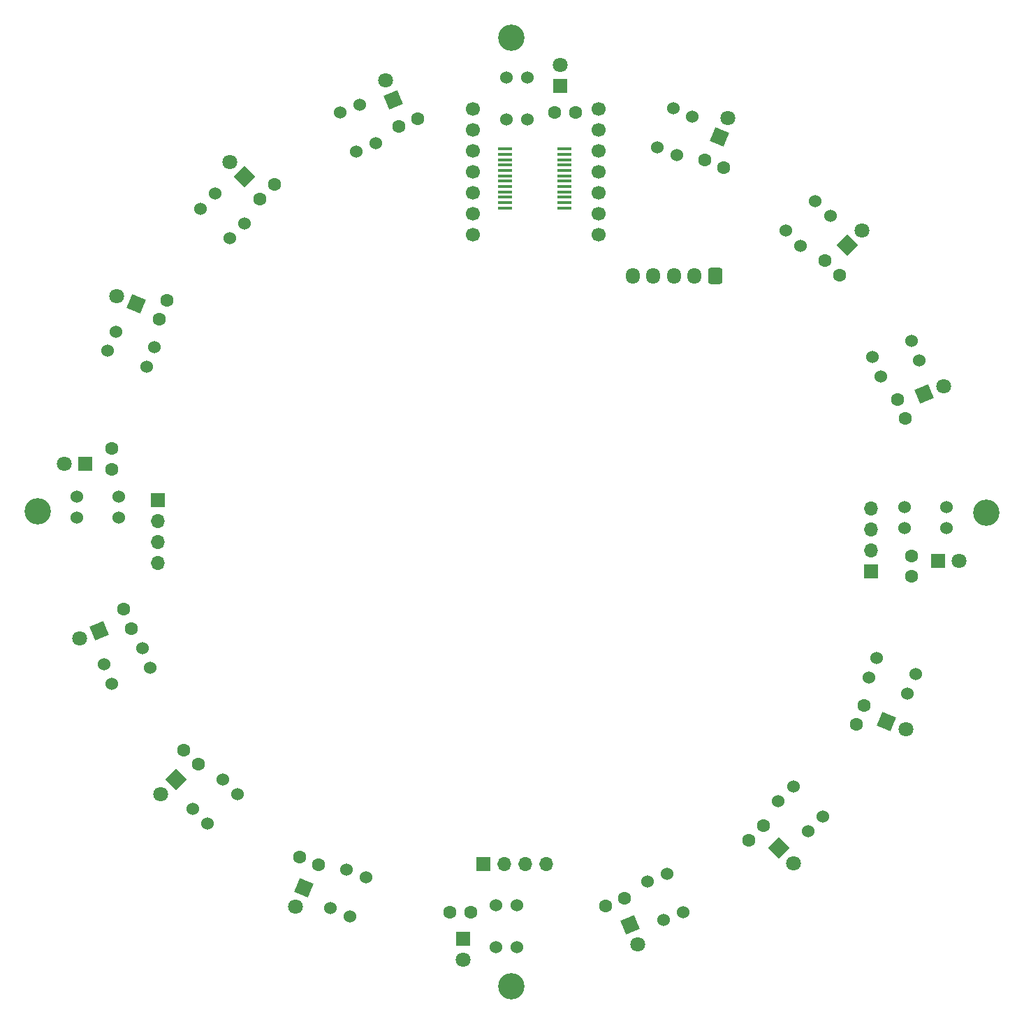
<source format=gbr>
%TF.GenerationSoftware,KiCad,Pcbnew,7.0.9*%
%TF.CreationDate,2024-07-27T15:49:37+09:00*%
%TF.ProjectId,Lne_sensor_main,4c6e655f-7365-46e7-936f-725f6d61696e,rev?*%
%TF.SameCoordinates,Original*%
%TF.FileFunction,Soldermask,Bot*%
%TF.FilePolarity,Negative*%
%FSLAX46Y46*%
G04 Gerber Fmt 4.6, Leading zero omitted, Abs format (unit mm)*
G04 Created by KiCad (PCBNEW 7.0.9) date 2024-07-27 15:49:37*
%MOMM*%
%LPD*%
G01*
G04 APERTURE LIST*
G04 Aperture macros list*
%AMRoundRect*
0 Rectangle with rounded corners*
0 $1 Rounding radius*
0 $2 $3 $4 $5 $6 $7 $8 $9 X,Y pos of 4 corners*
0 Add a 4 corners polygon primitive as box body*
4,1,4,$2,$3,$4,$5,$6,$7,$8,$9,$2,$3,0*
0 Add four circle primitives for the rounded corners*
1,1,$1+$1,$2,$3*
1,1,$1+$1,$4,$5*
1,1,$1+$1,$6,$7*
1,1,$1+$1,$8,$9*
0 Add four rect primitives between the rounded corners*
20,1,$1+$1,$2,$3,$4,$5,0*
20,1,$1+$1,$4,$5,$6,$7,0*
20,1,$1+$1,$6,$7,$8,$9,0*
20,1,$1+$1,$8,$9,$2,$3,0*%
%AMRotRect*
0 Rectangle, with rotation*
0 The origin of the aperture is its center*
0 $1 length*
0 $2 width*
0 $3 Rotation angle, in degrees counterclockwise*
0 Add horizontal line*
21,1,$1,$2,0,0,$3*%
G04 Aperture macros list end*
%ADD10C,1.524000*%
%ADD11C,1.600000*%
%ADD12RotRect,1.800000X1.800000X225.000000*%
%ADD13C,1.800000*%
%ADD14R,1.800000X1.800000*%
%ADD15C,3.200000*%
%ADD16RotRect,1.800000X1.800000X112.500000*%
%ADD17RotRect,1.800000X1.800000X202.500000*%
%ADD18RotRect,1.800000X1.800000X157.500000*%
%ADD19RotRect,1.800000X1.800000X247.500000*%
%ADD20RotRect,1.800000X1.800000X22.500000*%
%ADD21RotRect,1.800000X1.800000X45.000000*%
%ADD22RotRect,1.800000X1.800000X67.500000*%
%ADD23RotRect,1.800000X1.800000X135.000000*%
%ADD24RotRect,1.800000X1.800000X315.000000*%
%ADD25RotRect,1.800000X1.800000X337.500000*%
%ADD26RotRect,1.800000X1.800000X292.500000*%
%ADD27C,1.700000*%
%ADD28R,1.750000X0.450000*%
%ADD29R,1.700000X1.700000*%
%ADD30O,1.700000X1.700000*%
%ADD31RoundRect,0.250000X0.600000X0.725000X-0.600000X0.725000X-0.600000X-0.725000X0.600000X-0.725000X0*%
%ADD32O,1.700000X1.950000*%
G04 APERTURE END LIST*
D10*
%TO.C,U3*%
X158120390Y-65242943D03*
X156324339Y-63446892D03*
X152732236Y-67038995D03*
X154528287Y-68835046D03*
%TD*%
D11*
%TO.C,C12*%
X124747820Y-52736455D03*
X127247820Y-52736455D03*
%TD*%
D10*
%TO.C,U9*%
X117594221Y-153899069D03*
X120134221Y-153899069D03*
X120134221Y-148819069D03*
X117594221Y-148819069D03*
%TD*%
D12*
%TO.C,L7*%
X78789221Y-133538155D03*
D13*
X76993170Y-135334206D03*
%TD*%
D10*
%TO.C,U4*%
X168931945Y-82759225D03*
X167959929Y-80412571D03*
X163266621Y-82356603D03*
X164238637Y-84703257D03*
%TD*%
D11*
%TO.C,C9*%
X166259729Y-87492107D03*
X167216438Y-89801806D03*
%TD*%
D14*
%TO.C,L16*%
X171162327Y-107079562D03*
D13*
X173702327Y-107079562D03*
%TD*%
D11*
%TO.C,C14*%
X114527380Y-149626402D03*
X112027380Y-149626402D03*
%TD*%
D10*
%TO.C,U17*%
X121397820Y-48456454D03*
X118857820Y-48456454D03*
X118857820Y-53536454D03*
X121397820Y-53536454D03*
%TD*%
D11*
%TO.C,C3*%
X167937327Y-106429562D03*
X167937327Y-108929562D03*
%TD*%
D15*
%TO.C,REF\u002A\u002A*%
X62037380Y-101036402D03*
%TD*%
D11*
%TO.C,C6*%
X76751865Y-77788046D03*
X77708574Y-75478347D03*
%TD*%
D16*
%TO.C,L9*%
X105176733Y-51185797D03*
D13*
X104204717Y-48839143D03*
%TD*%
D11*
%TO.C,C13*%
X133181675Y-147941471D03*
X130871976Y-148898180D03*
%TD*%
D10*
%TO.C,U1*%
X141428625Y-53197412D03*
X139081971Y-52225396D03*
X137137939Y-56918704D03*
X139484593Y-57890720D03*
%TD*%
D11*
%TO.C,C4*%
X73410000Y-115230000D03*
X72453291Y-112920301D03*
%TD*%
D10*
%TO.C,U14*%
X71515671Y-79245157D03*
X70543655Y-81591811D03*
X75236963Y-83535843D03*
X76208979Y-81189189D03*
%TD*%
D14*
%TO.C,L1*%
X67829713Y-95275962D03*
D13*
X65289713Y-95275962D03*
%TD*%
D10*
%TO.C,U7*%
X155430839Y-139802132D03*
X157226890Y-138006081D03*
X153634787Y-134413978D03*
X151838736Y-136210029D03*
%TD*%
D11*
%TO.C,C5*%
X88956427Y-63211002D03*
X90724194Y-61443235D03*
%TD*%
D10*
%TO.C,U16*%
X101077483Y-51741837D03*
X98730829Y-52713853D03*
X100674861Y-57407161D03*
X103021515Y-56435145D03*
%TD*%
%TO.C,U11*%
X80871650Y-137112581D03*
X82667701Y-138908632D03*
X86259804Y-135316529D03*
X84463753Y-133520478D03*
%TD*%
D17*
%TO.C,L3*%
X69504055Y-115497049D03*
D13*
X67157401Y-116469065D03*
%TD*%
D15*
%TO.C,REF\u002A\u002A*%
X177037380Y-101236402D03*
%TD*%
D18*
%TO.C,L5*%
X73988762Y-75939976D03*
D13*
X71642108Y-74967960D03*
%TD*%
D10*
%TO.C,U10*%
X97563415Y-149158112D03*
X99910069Y-150130128D03*
X101854101Y-145436820D03*
X99507447Y-144464804D03*
%TD*%
D11*
%TO.C,C10*%
X157462780Y-70638169D03*
X159230547Y-72405936D03*
%TD*%
D14*
%TO.C,L15*%
X113594220Y-152844069D03*
D13*
X113594220Y-155384069D03*
%TD*%
D15*
%TO.C,REF\u002A\u002A*%
X119437380Y-158636402D03*
%TD*%
D14*
%TO.C,L2*%
X125397821Y-49511455D03*
D13*
X125397821Y-46971455D03*
%TD*%
D10*
%TO.C,U12*%
X70060096Y-119596299D03*
X71032112Y-121942953D03*
X75725420Y-119998921D03*
X74753404Y-117652267D03*
%TD*%
D11*
%TO.C,C15*%
X96106304Y-143921917D03*
X93796605Y-142965208D03*
%TD*%
D19*
%TO.C,L11*%
X94271628Y-146652684D03*
D13*
X93299612Y-148999338D03*
%TD*%
D20*
%TO.C,L10*%
X169487985Y-86858476D03*
D13*
X171834639Y-85886460D03*
%TD*%
D11*
%TO.C,C11*%
X142885736Y-58433607D03*
X145195435Y-59390316D03*
%TD*%
D10*
%TO.C,U8*%
X137914558Y-150613686D03*
X140261212Y-149641670D03*
X138317180Y-144948362D03*
X135970526Y-145920378D03*
%TD*%
D11*
%TO.C,C7*%
X162240175Y-124567478D03*
X161283466Y-126877177D03*
%TD*%
D10*
%TO.C,U6*%
X167476370Y-123110367D03*
X168448386Y-120763713D03*
X163755078Y-118819681D03*
X162783062Y-121166335D03*
%TD*%
D11*
%TO.C,C8*%
X150035613Y-139144522D03*
X148267846Y-140912289D03*
%TD*%
D21*
%TO.C,L14*%
X160202820Y-68817370D03*
D13*
X161998871Y-67021319D03*
%TD*%
D15*
%TO.C,LED*%
X119437380Y-43636402D03*
%TD*%
D10*
%TO.C,U5*%
X172217328Y-103079562D03*
X172217328Y-100539562D03*
X167137328Y-100539562D03*
X167137328Y-103079562D03*
%TD*%
D22*
%TO.C,L6*%
X144720413Y-55702840D03*
D13*
X145692429Y-53356186D03*
%TD*%
D11*
%TO.C,C16*%
X81537772Y-131737906D03*
X79770005Y-129970139D03*
%TD*%
D23*
%TO.C,L13*%
X87135627Y-60470963D03*
D13*
X85339576Y-58674912D03*
%TD*%
D24*
%TO.C,L8*%
X151856413Y-141884561D03*
D13*
X153652464Y-143680612D03*
%TD*%
D11*
%TO.C,C1*%
X71054713Y-95925962D03*
X71054713Y-93425962D03*
%TD*%
%TO.C,C2*%
X105810365Y-54414053D03*
X108120064Y-53457344D03*
%TD*%
D10*
%TO.C,U15*%
X83561201Y-62553392D03*
X81765150Y-64349443D03*
X85357253Y-67941546D03*
X87153304Y-66145495D03*
%TD*%
D25*
%TO.C,L12*%
X164965010Y-126507938D03*
D13*
X167311664Y-127479954D03*
%TD*%
D10*
%TO.C,U13*%
X66774713Y-99275962D03*
X66774713Y-101815962D03*
X71854713Y-101815962D03*
X71854713Y-99275962D03*
%TD*%
D26*
%TO.C,L4*%
X133815307Y-151169727D03*
D13*
X134787323Y-153516381D03*
%TD*%
D27*
%TO.C,U2*%
X114837380Y-67496402D03*
X114837380Y-64956402D03*
X114837380Y-62416402D03*
X114837380Y-59876402D03*
X114837380Y-57336402D03*
X114837380Y-54796402D03*
X114837380Y-52256402D03*
X130077380Y-52256402D03*
X130077380Y-54796402D03*
X130077380Y-57336402D03*
X130077380Y-59876402D03*
X130077380Y-62416402D03*
X130077380Y-64956402D03*
X130077380Y-67496402D03*
%TD*%
D28*
%TO.C,U18*%
X118677380Y-64286402D03*
X118677380Y-63636402D03*
X118677380Y-62986402D03*
X118677380Y-62336402D03*
X118677380Y-61686402D03*
X118677380Y-61036402D03*
X118677380Y-60386402D03*
X118677380Y-59736402D03*
X118677380Y-59086402D03*
X118677380Y-58436402D03*
X118677380Y-57786402D03*
X118677380Y-57136402D03*
X125877380Y-57136402D03*
X125877380Y-57786402D03*
X125877380Y-58436402D03*
X125877380Y-59086402D03*
X125877380Y-59736402D03*
X125877380Y-60386402D03*
X125877380Y-61036402D03*
X125877380Y-61686402D03*
X125877380Y-62336402D03*
X125877380Y-62986402D03*
X125877380Y-63636402D03*
X125877380Y-64286402D03*
%TD*%
D29*
%TO.C,J1*%
X116090000Y-143770000D03*
D30*
X118630000Y-143770000D03*
X121170000Y-143770000D03*
X123710000Y-143770000D03*
%TD*%
D31*
%TO.C,J3*%
X144150000Y-72500000D03*
D32*
X141650000Y-72500000D03*
X139150000Y-72500000D03*
X136650000Y-72500000D03*
X134150000Y-72500000D03*
%TD*%
D29*
%TO.C,J4*%
X76640000Y-99680000D03*
D30*
X76640000Y-102220000D03*
X76640000Y-104760000D03*
X76640000Y-107300000D03*
%TD*%
D29*
%TO.C,J2*%
X163060000Y-108360000D03*
D30*
X163060000Y-105820000D03*
X163060000Y-103280000D03*
X163060000Y-100740000D03*
%TD*%
M02*

</source>
